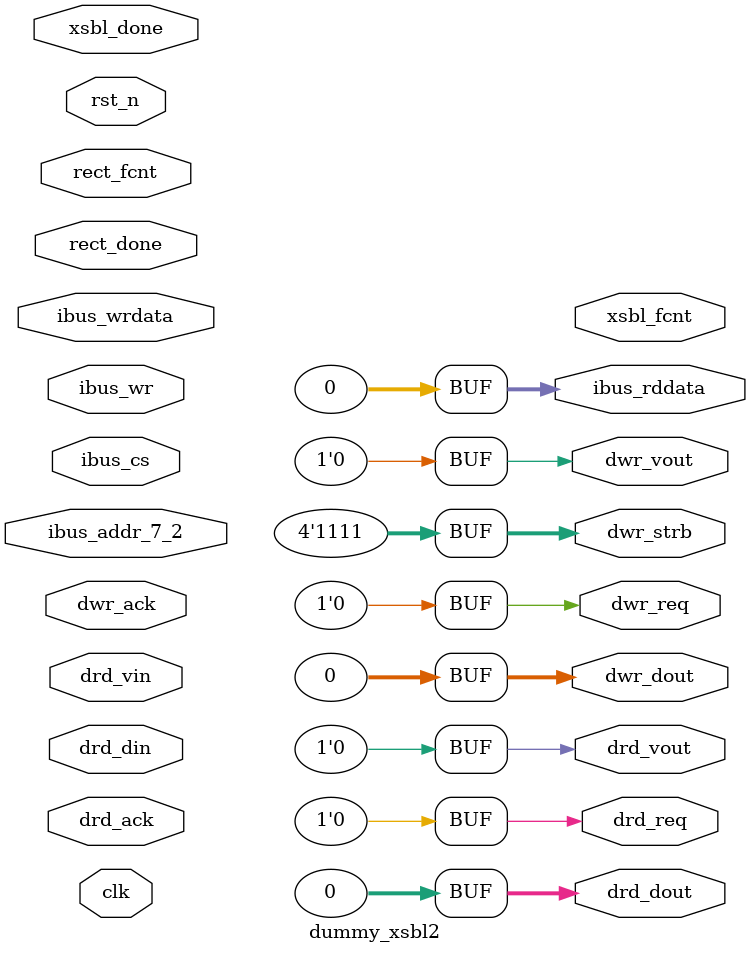
<source format=v>

`timescale 1 ns / 1 ps

module dummy_xsbl2 (
	// Global Control
	rst_n, clk,
	
	// Internal Bus I/F
	ibus_cs,
	ibus_wr,
	ibus_addr_7_2,
	ibus_wrdata,
	ibus_rddata,
	
	// Control
	rect_done,
	xsbl_done,
	rect_fcnt,
	xsbl_fcnt,
	
	// DDR Read Arbiter I/F
	drd_req,
	drd_ack,
	drd_vin,
	drd_din,
	drd_vout,
	drd_dout,
	
	// DDR Write Arbiter I/F
	dwr_req,
	dwr_ack,
	dwr_vout,
	dwr_dout,
	dwr_strb
);


//==========================================================================
// Port Declaration
//==========================================================================
// Global Control
input			rst_n, clk;

// Internal Bus I/F
input			ibus_cs;
input			ibus_wr;
input	[5:0]	ibus_addr_7_2;
input	[31:0]	ibus_wrdata;
output	[31:0]	ibus_rddata;

// Control
input			rect_done;
input			xsbl_done;
input	[3:0]	rect_fcnt;
output	[3:0]	xsbl_fcnt;

// DDR Read Arbiter I/F
output			drd_req;
input			drd_ack;
input			drd_vin;
input	[31:0]	drd_din;
output			drd_vout;
output	[31:0]	drd_dout;

// DDR Write Arbiter I/F
output			dwr_req;
input			dwr_ack;
output			dwr_vout;
output	[31:0]	dwr_dout;
output	[3:0]	dwr_strb;


//==========================================================================
// Reg/Wire Declaration
//==========================================================================
reg				xsbl_sim_start;
reg		[9:0]	drd_base_a, drd_base_b;
reg		[9:0]	dwr_base_a, dwr_base_b;


//==========================================================================
// Dummy Output
//==========================================================================
assign ibus_rddata[31:0] = 32'b0;
assign drd_req  =  1'b0;
assign drd_vout =  1'b0;
assign drd_dout = 32'b0;
assign dwr_req  =  1'b0;
assign dwr_vout =  1'b0;
assign dwr_dout = 32'b0;
assign dwr_strb =  4'hF;


endmodule

</source>
